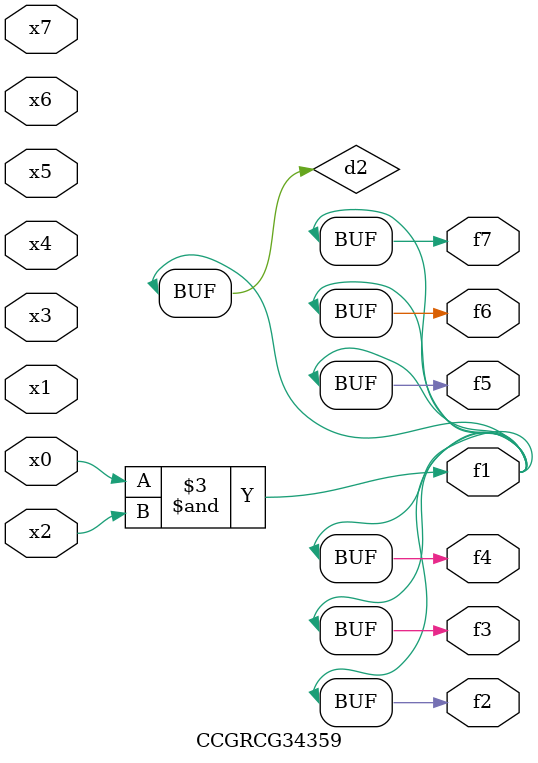
<source format=v>
module CCGRCG34359(
	input x0, x1, x2, x3, x4, x5, x6, x7,
	output f1, f2, f3, f4, f5, f6, f7
);

	wire d1, d2;

	nor (d1, x3, x6);
	and (d2, x0, x2);
	assign f1 = d2;
	assign f2 = d2;
	assign f3 = d2;
	assign f4 = d2;
	assign f5 = d2;
	assign f6 = d2;
	assign f7 = d2;
endmodule

</source>
